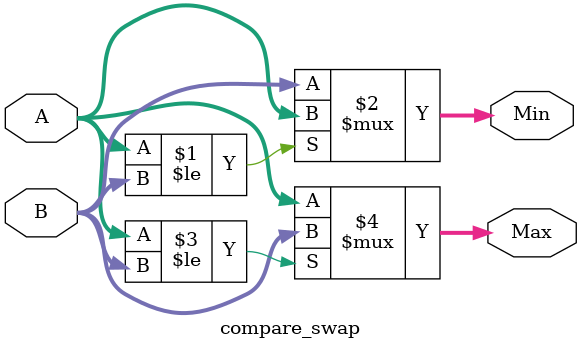
<source format=v>
`timescale 1ns/1ps

module compare_swap #(
    parameter DATA_WIDTH = 8
)(
    input  [DATA_WIDTH-1:0] A,
    input  [DATA_WIDTH-1:0] B,
    output [DATA_WIDTH-1:0] Min,
    output [DATA_WIDTH-1:0] Max
);
    
    assign Min = (A <= B) ? A : B;
    assign Max = (A <= B) ? B : A;
    
endmodule

</source>
